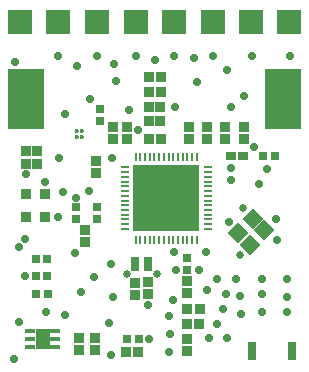
<source format=gts>
G04 Layer_Color=8388736*
%FSLAX25Y25*%
%MOIN*%
G70*
G01*
G75*
%ADD32R,0.22441X0.22441*%
%ADD33O,0.03150X0.00787*%
%ADD34O,0.00787X0.03150*%
%ADD45C,0.01417*%
%ADD46R,0.03435X0.03435*%
%ADD47R,0.03435X0.03435*%
%ADD48C,0.02568*%
%ADD49R,0.08474X0.08474*%
%ADD50R,0.03513X0.03474*%
%ADD51R,0.03474X0.03513*%
%ADD52R,0.03356X0.02568*%
%ADD53R,0.02756X0.04724*%
G04:AMPARAMS|DCode=54|XSize=51.18mil|YSize=47.24mil|CornerRadius=0mil|HoleSize=0mil|Usage=FLASHONLY|Rotation=45.000|XOffset=0mil|YOffset=0mil|HoleType=Round|Shape=Rectangle|*
%AMROTATEDRECTD54*
4,1,4,-0.00139,-0.03480,-0.03480,-0.00139,0.00139,0.03480,0.03480,0.00139,-0.00139,-0.03480,0.0*
%
%ADD54ROTATEDRECTD54*%

%ADD55R,0.03750X0.03750*%
%ADD56R,0.04537X0.06899*%
%ADD57R,0.03356X0.01781*%
%ADD58R,0.03150X0.06142*%
%ADD59R,0.03159X0.03159*%
%ADD60R,0.03159X0.03159*%
%ADD61R,0.12411X0.20285*%
%ADD62C,0.02800*%
D32*
X53813Y56080D02*
D03*
D33*
X40034Y45843D02*
D03*
Y47418D02*
D03*
Y48993D02*
D03*
Y50568D02*
D03*
Y52143D02*
D03*
Y53717D02*
D03*
Y55292D02*
D03*
Y56867D02*
D03*
Y58442D02*
D03*
Y60017D02*
D03*
Y61591D02*
D03*
Y63166D02*
D03*
Y64741D02*
D03*
Y66316D02*
D03*
X67593D02*
D03*
Y64741D02*
D03*
Y63166D02*
D03*
Y61591D02*
D03*
Y60017D02*
D03*
Y58442D02*
D03*
Y56867D02*
D03*
Y55292D02*
D03*
Y53717D02*
D03*
Y52143D02*
D03*
Y50568D02*
D03*
Y48993D02*
D03*
Y47418D02*
D03*
Y45843D02*
D03*
D34*
X64050Y42300D02*
D03*
X62475D02*
D03*
X60900D02*
D03*
X59325D02*
D03*
X57750D02*
D03*
X56176D02*
D03*
X54601D02*
D03*
X53026D02*
D03*
X51451D02*
D03*
X49876D02*
D03*
X48302D02*
D03*
X46727D02*
D03*
X45152D02*
D03*
X43577D02*
D03*
X64050Y69859D02*
D03*
X62475D02*
D03*
X60900D02*
D03*
X59325D02*
D03*
X57750D02*
D03*
X56176D02*
D03*
X54601D02*
D03*
X53026D02*
D03*
X51451D02*
D03*
X49876D02*
D03*
X48302D02*
D03*
X46727D02*
D03*
X45152D02*
D03*
X43577D02*
D03*
D45*
X23916Y76416D02*
D03*
Y78384D02*
D03*
X25884Y76416D02*
D03*
Y78384D02*
D03*
D46*
X47900Y28000D02*
D03*
Y24063D02*
D03*
X43500Y27900D02*
D03*
Y23963D02*
D03*
X60865Y28514D02*
D03*
Y24577D02*
D03*
X61400Y75900D02*
D03*
Y79837D02*
D03*
X79900Y75900D02*
D03*
Y79837D02*
D03*
X36100Y79737D02*
D03*
Y75800D02*
D03*
X30000Y5432D02*
D03*
Y9369D02*
D03*
X24800Y5459D02*
D03*
Y9396D02*
D03*
X26800Y41532D02*
D03*
Y45469D02*
D03*
X30300Y68437D02*
D03*
Y64500D02*
D03*
X40900Y79737D02*
D03*
Y75800D02*
D03*
X67300Y79869D02*
D03*
Y75932D02*
D03*
X73400Y79869D02*
D03*
Y75932D02*
D03*
D47*
X60831Y14268D02*
D03*
X64768D02*
D03*
X48031Y91400D02*
D03*
X51968D02*
D03*
X48031Y96500D02*
D03*
X51968D02*
D03*
X40563Y4900D02*
D03*
X44500D02*
D03*
X10869Y67400D02*
D03*
X6932D02*
D03*
X10869Y71800D02*
D03*
X6932D02*
D03*
X51868Y81900D02*
D03*
X47932D02*
D03*
X51900Y86500D02*
D03*
X47963D02*
D03*
D48*
X79300Y52700D02*
D03*
X78300Y37100D02*
D03*
X50800Y30800D02*
D03*
X40700Y30700D02*
D03*
D49*
X82228Y114900D02*
D03*
X43614D02*
D03*
X69357D02*
D03*
X56486D02*
D03*
X17871D02*
D03*
X5100D02*
D03*
X94900D02*
D03*
X30743D02*
D03*
D50*
X60865Y9104D02*
D03*
Y5049D02*
D03*
D51*
X64928Y19268D02*
D03*
X60872D02*
D03*
X52002Y75900D02*
D03*
X47947D02*
D03*
D52*
X75400Y70300D02*
D03*
X79565D02*
D03*
D53*
X47900Y34200D02*
D03*
X43560D02*
D03*
D54*
X81797Y40603D02*
D03*
X86530Y45335D02*
D03*
X82633Y49233D02*
D03*
X77900Y44500D02*
D03*
D55*
X13400Y49900D02*
D03*
Y57380D02*
D03*
X7101D02*
D03*
Y49900D02*
D03*
D56*
X12600Y9200D02*
D03*
D57*
X16734Y6641D02*
D03*
Y9200D02*
D03*
Y11759D02*
D03*
X8466Y6641D02*
D03*
Y9200D02*
D03*
Y11759D02*
D03*
D58*
X95710Y5068D02*
D03*
X82300D02*
D03*
D59*
X14300Y24000D02*
D03*
X10363D02*
D03*
X14200Y30000D02*
D03*
X10263D02*
D03*
Y35900D02*
D03*
X14200D02*
D03*
X90168Y70300D02*
D03*
X86231D02*
D03*
X44600Y9200D02*
D03*
X40663D02*
D03*
D60*
X30800Y53037D02*
D03*
Y49100D02*
D03*
X23800Y49132D02*
D03*
Y53069D02*
D03*
X31800Y81863D02*
D03*
Y85800D02*
D03*
X60900Y32131D02*
D03*
Y36068D02*
D03*
D61*
X92900Y89200D02*
D03*
X7100Y89100D02*
D03*
D62*
X83000Y73100D02*
D03*
X44500Y78700D02*
D03*
X3100Y2500D02*
D03*
X6900Y42600D02*
D03*
X20000Y17300D02*
D03*
X20200Y84000D02*
D03*
X24000Y100300D02*
D03*
X37000Y95100D02*
D03*
X36500Y100700D02*
D03*
X50100Y102300D02*
D03*
X63200Y102900D02*
D03*
X74200Y98800D02*
D03*
X79700Y90200D02*
D03*
X95000Y103500D02*
D03*
X82300D02*
D03*
X69500D02*
D03*
X56500D02*
D03*
X43600D02*
D03*
X30700D02*
D03*
X17700D02*
D03*
X13700Y18000D02*
D03*
X13400Y61400D02*
D03*
X28400Y89200D02*
D03*
X75500Y66000D02*
D03*
Y62200D02*
D03*
X84716Y60900D02*
D03*
X48000Y9100D02*
D03*
X47200Y63800D02*
D03*
X61000Y48400D02*
D03*
X23800Y56300D02*
D03*
X67100Y38000D02*
D03*
X6800Y30000D02*
D03*
X57100Y32000D02*
D03*
X64700D02*
D03*
X56300Y38000D02*
D03*
X47900Y20500D02*
D03*
X90500Y49300D02*
D03*
X74800Y48000D02*
D03*
X90900Y42000D02*
D03*
X35300Y3900D02*
D03*
X34800Y14600D02*
D03*
X36000Y23100D02*
D03*
X25300Y24800D02*
D03*
X4900Y14700D02*
D03*
X23500Y37700D02*
D03*
X19500Y58100D02*
D03*
X4800Y39800D02*
D03*
X35400Y34200D02*
D03*
X28000Y58400D02*
D03*
X18100Y69500D02*
D03*
X35900Y69400D02*
D03*
X41300Y85600D02*
D03*
X56700Y86500D02*
D03*
X64100Y94900D02*
D03*
X75400Y86329D02*
D03*
X3400Y101400D02*
D03*
X60600Y64400D02*
D03*
X45000Y49400D02*
D03*
X54224Y49500D02*
D03*
X68000Y9500D02*
D03*
X74000Y9600D02*
D03*
X70700Y14000D02*
D03*
X72800Y19100D02*
D03*
X78700Y17500D02*
D03*
X85600Y18100D02*
D03*
X94100Y18300D02*
D03*
Y23200D02*
D03*
Y29100D02*
D03*
X85700Y29300D02*
D03*
X77200Y29000D02*
D03*
X85700Y24000D02*
D03*
X78400Y23600D02*
D03*
X67300Y25500D02*
D03*
X70900Y29000D02*
D03*
X73700Y24300D02*
D03*
X56100Y22100D02*
D03*
X54600Y16900D02*
D03*
X55000Y10900D02*
D03*
X54900Y4800D02*
D03*
X17900Y49900D02*
D03*
X87500Y65805D02*
D03*
X29900Y29900D02*
D03*
X6954Y64200D02*
D03*
M02*

</source>
